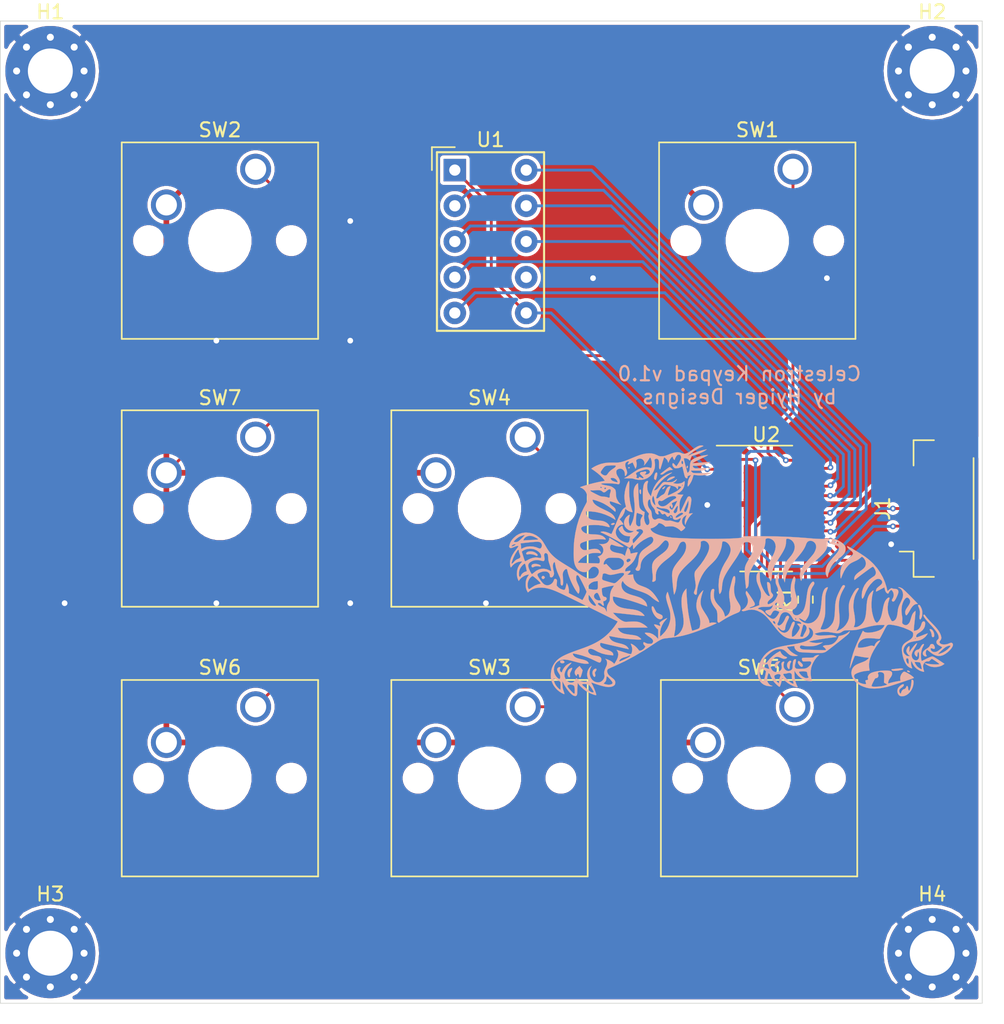
<source format=kicad_pcb>
(kicad_pcb (version 20171130) (host pcbnew "(5.1.12)-1")
  (layers (0 F.Cu signal) (31 B.Cu signal) (36 B.SilkS user hide) (37 F.SilkS user) (38 B.Mask user hide) (39 F.Mask user) (44 Edge.Cuts user))
  (net 0 "")
  (net 1 VCC)
  (net 2 /SCL)
  (net 3 /SDA)
  (net 4 /IRQ)
  (net 5 GND)
  (net 6 "Net-(R1-Pad2)")
  (net 7 "Net-(SW1-Pad2)")
  (net 8 "Net-(SW1-Pad1)")
  (net 9 "Net-(SW2-Pad1)")
  (net 10 "Net-(SW4-Pad1)")
  (net 11 "Net-(SW6-Pad1)")
  (net 12 "Net-(U1-Pad7)")
  (net 13 "Net-(U1-Pad1)")
  (net 14 "Net-(U2-Pad22)")
  (net 15 "Net-(U2-Pad12)")
  (net 16 "Net-(U2-Pad10)")
  (net 17 "Net-(U2-Pad9)")
  (net 18 "Net-(U2-Pad4)")
  (net 19 "Net-(U2-Pad3)")
  (net 20 "Net-(U2-Pad5)")
  (net 21 "Net-(U2-Pad7)")
  (net 22 "Net-(U2-Pad8)")
  (net 23 "Net-(SW3-Pad1)")
  (net 24 "Net-(SW5-Pad1)")
  (net 25 "Net-(SW7-Pad1)")
  (module Joystick:asian_tiger (layer F.Cu) (at 172.212 101.981)
    (fp_text reference G*** hide)
    (fp_text value LOGO hide)
  )
  (module MountingHole:MountingHole_3.2mm_M3_Pad_Via (layer F.Cu) (at 186.563 129.159)
    (fp_text reference H4 (at 0 -4.2) (layer F.SilkS))
    (fp_text value *)
    (pad 1 thru_hole circle (at 1.697056 -1.697056) (size 0.8 0.8) (drill 0.5) (layers *.Cu *.Mask) (net 5 GND))
    (pad 1 thru_hole circle (at 0 -2.4) (size 0.8 0.8) (drill 0.5) (layers *.Cu *.Mask) (net 5 GND))
    (pad 1 thru_hole circle (at -1.697056 -1.697056) (size 0.8 0.8) (drill 0.5) (layers *.Cu *.Mask) (net 5 GND))
    (pad 1 thru_hole circle (at -2.4 0) (size 0.8 0.8) (drill 0.5) (layers *.Cu *.Mask) (net 5 GND))
    (pad 1 thru_hole circle (at -1.697056 1.697056) (size 0.8 0.8) (drill 0.5) (layers *.Cu *.Mask) (net 5 GND))
    (pad 1 thru_hole circle (at 0 2.4) (size 0.8 0.8) (drill 0.5) (layers *.Cu *.Mask) (net 5 GND))
    (pad 1 thru_hole circle (at 1.697056 1.697056) (size 0.8 0.8) (drill 0.5) (layers *.Cu *.Mask) (net 5 GND))
    (pad 1 thru_hole circle (at 2.4 0) (size 0.8 0.8) (drill 0.5) (layers *.Cu *.Mask) (net 5 GND))
    (pad 1 thru_hole circle (at 0 0) (size 6.4 6.4) (drill 3.2) (layers *.Cu *.Mask) (net 5 GND))
  )
  (module MountingHole:MountingHole_3.2mm_M3_Pad_Via (layer F.Cu) (at 123.825 129.159)
    (fp_text reference H3 (at 0 -4.2) (layer F.SilkS))
    (fp_text value *)
    (pad 1 thru_hole circle (at 1.697056 -1.697056) (size 0.8 0.8) (drill 0.5) (layers *.Cu *.Mask) (net 5 GND))
    (pad 1 thru_hole circle (at 0 -2.4) (size 0.8 0.8) (drill 0.5) (layers *.Cu *.Mask) (net 5 GND))
    (pad 1 thru_hole circle (at -1.697056 -1.697056) (size 0.8 0.8) (drill 0.5) (layers *.Cu *.Mask) (net 5 GND))
    (pad 1 thru_hole circle (at -2.4 0) (size 0.8 0.8) (drill 0.5) (layers *.Cu *.Mask) (net 5 GND))
    (pad 1 thru_hole circle (at -1.697056 1.697056) (size 0.8 0.8) (drill 0.5) (layers *.Cu *.Mask) (net 5 GND))
    (pad 1 thru_hole circle (at 0 2.4) (size 0.8 0.8) (drill 0.5) (layers *.Cu *.Mask) (net 5 GND))
    (pad 1 thru_hole circle (at 1.697056 1.697056) (size 0.8 0.8) (drill 0.5) (layers *.Cu *.Mask) (net 5 GND))
    (pad 1 thru_hole circle (at 2.4 0) (size 0.8 0.8) (drill 0.5) (layers *.Cu *.Mask) (net 5 GND))
    (pad 1 thru_hole circle (at 0 0) (size 6.4 6.4) (drill 3.2) (layers *.Cu *.Mask) (net 5 GND))
  )
  (module MountingHole:MountingHole_3.2mm_M3_Pad_Via (layer F.Cu) (at 186.563 66.421)
    (fp_text reference H2 (at 0 -4.2) (layer F.SilkS))
    (fp_text value *)
    (pad 1 thru_hole circle (at 1.697056 -1.697056) (size 0.8 0.8) (drill 0.5) (layers *.Cu *.Mask) (net 5 GND))
    (pad 1 thru_hole circle (at 0 -2.4) (size 0.8 0.8) (drill 0.5) (layers *.Cu *.Mask) (net 5 GND))
    (pad 1 thru_hole circle (at -1.697056 -1.697056) (size 0.8 0.8) (drill 0.5) (layers *.Cu *.Mask) (net 5 GND))
    (pad 1 thru_hole circle (at -2.4 0) (size 0.8 0.8) (drill 0.5) (layers *.Cu *.Mask) (net 5 GND))
    (pad 1 thru_hole circle (at -1.697056 1.697056) (size 0.8 0.8) (drill 0.5) (layers *.Cu *.Mask) (net 5 GND))
    (pad 1 thru_hole circle (at 0 2.4) (size 0.8 0.8) (drill 0.5) (layers *.Cu *.Mask) (net 5 GND))
    (pad 1 thru_hole circle (at 1.697056 1.697056) (size 0.8 0.8) (drill 0.5) (layers *.Cu *.Mask) (net 5 GND))
    (pad 1 thru_hole circle (at 2.4 0) (size 0.8 0.8) (drill 0.5) (layers *.Cu *.Mask) (net 5 GND))
    (pad 1 thru_hole circle (at 0 0) (size 6.4 6.4) (drill 3.2) (layers *.Cu *.Mask) (net 5 GND))
  )
  (module MountingHole:MountingHole_3.2mm_M3_Pad_Via (layer F.Cu) (at 123.825 66.421)
    (fp_text reference H1 (at 0 -4.2) (layer F.SilkS))
    (fp_text value *)
    (pad 1 thru_hole circle (at 1.697056 -1.697056) (size 0.8 0.8) (drill 0.5) (layers *.Cu *.Mask) (net 5 GND))
    (pad 1 thru_hole circle (at 0 -2.4) (size 0.8 0.8) (drill 0.5) (layers *.Cu *.Mask) (net 5 GND))
    (pad 1 thru_hole circle (at -1.697056 -1.697056) (size 0.8 0.8) (drill 0.5) (layers *.Cu *.Mask) (net 5 GND))
    (pad 1 thru_hole circle (at -2.4 0) (size 0.8 0.8) (drill 0.5) (layers *.Cu *.Mask) (net 5 GND))
    (pad 1 thru_hole circle (at -1.697056 1.697056) (size 0.8 0.8) (drill 0.5) (layers *.Cu *.Mask) (net 5 GND))
    (pad 1 thru_hole circle (at 0 2.4) (size 0.8 0.8) (drill 0.5) (layers *.Cu *.Mask) (net 5 GND))
    (pad 1 thru_hole circle (at 1.697056 1.697056) (size 0.8 0.8) (drill 0.5) (layers *.Cu *.Mask) (net 5 GND))
    (pad 1 thru_hole circle (at 2.4 0) (size 0.8 0.8) (drill 0.5) (layers *.Cu *.Mask) (net 5 GND))
    (pad 1 thru_hole circle (at 0 0) (size 6.4 6.4) (drill 3.2) (layers *.Cu *.Mask) (net 5 GND))
  )
  (module Button_Switch_Keyboard:SW_Cherry_MX_1.00u_PCB (layer F.Cu) (at 157.607 111.633)
    (fp_text reference SW3 (at -2.54 -2.794) (layer F.SilkS))
    (fp_text value Down)
    (pad "" np_thru_hole circle (at 2.54 5.08) (size 1.7 1.7) (drill 1.7) (layers *.Cu *.Mask))
    (pad "" np_thru_hole circle (at -7.62 5.08) (size 1.7 1.7) (drill 1.7) (layers *.Cu *.Mask))
    (pad "" np_thru_hole circle (at -2.54 5.08) (size 4 4) (drill 4) (layers *.Cu *.Mask))
    (pad 2 thru_hole circle (at -6.35 2.54) (size 2.2 2.2) (drill 1.5) (layers *.Cu *.Mask) (net 7 "Net-(SW1-Pad2)"))
    (pad 1 thru_hole circle (at 0 0) (size 2.2 2.2) (drill 1.5) (layers *.Cu *.Mask) (net 23 "Net-(SW3-Pad1)"))
  )
  (module Package_SO:QSOP-24_3.9x8.7mm_P0.635mm (layer F.Cu) (at 174.752 97.536)
    (fp_text reference U2 (at 0 -5.25) (layer F.SilkS))
    (fp_text value AS1115-BSST)
    (pad 24 smd rect (at 2.6543 -3.4925) (size 1.6 0.41) (layers F.Cu F.Paste F.Mask) (net 4 /IRQ))
    (pad 23 smd rect (at 2.6543 -2.8575) (size 1.6 0.41) (layers F.Cu F.Paste F.Mask) (net 8 "Net-(SW1-Pad1)"))
    (pad 22 smd rect (at 2.6543 -2.2225) (size 1.6 0.41) (layers F.Cu F.Paste F.Mask) (net 14 "Net-(U2-Pad22)"))
    (pad 21 smd rect (at 2.6543 -1.5875) (size 1.6 0.41) (layers F.Cu F.Paste F.Mask) (net 9 "Net-(SW2-Pad1)"))
    (pad 16 smd rect (at 2.6543 1.5875) (size 1.6 0.41) (layers F.Cu F.Paste F.Mask) (net 23 "Net-(SW3-Pad1)"))
    (pad 15 smd rect (at 2.6543 2.2225) (size 1.6 0.41) (layers F.Cu F.Paste F.Mask) (net 24 "Net-(SW5-Pad1)"))
    (pad 14 smd rect (at 2.6543 2.8575) (size 1.6 0.41) (layers F.Cu F.Paste F.Mask) (net 2 /SCL))
    (pad 13 smd rect (at 2.6543 3.4925) (size 1.6 0.41) (layers F.Cu F.Paste F.Mask) (net 6 "Net-(R1-Pad2)"))
    (pad 12 smd rect (at -2.6543 3.4925) (size 1.6 0.41) (layers F.Cu F.Paste F.Mask) (net 15 "Net-(U2-Pad12)"))
    (pad 11 smd rect (at -2.6543 2.8575) (size 1.6 0.41) (layers F.Cu F.Paste F.Mask) (net 7 "Net-(SW1-Pad2)"))
    (pad 10 smd rect (at -2.6543 2.2225) (size 1.6 0.41) (layers F.Cu F.Paste F.Mask) (net 16 "Net-(U2-Pad10)"))
    (pad 9 smd rect (at -2.6543 1.5875) (size 1.6 0.41) (layers F.Cu F.Paste F.Mask) (net 17 "Net-(U2-Pad9)"))
    (pad 4 smd rect (at -2.6543 -1.5875) (size 1.6 0.41) (layers F.Cu F.Paste F.Mask) (net 18 "Net-(U2-Pad4)"))
    (pad 3 smd rect (at -2.6543 -2.2225) (size 1.6 0.41) (layers F.Cu F.Paste F.Mask) (net 19 "Net-(U2-Pad3)"))
    (pad 2 smd rect (at -2.6543 -2.8575) (size 1.6 0.41) (layers F.Cu F.Paste F.Mask) (net 13 "Net-(U1-Pad1)"))
    (pad 1 smd rect (at -2.6543 -3.4925) (size 1.6 0.41) (layers F.Cu F.Paste F.Mask) (net 3 /SDA))
    (pad 5 smd rect (at -2.6543 -0.9525) (size 1.6 0.41) (layers F.Cu F.Paste F.Mask) (net 20 "Net-(U2-Pad5)"))
    (pad 6 smd rect (at -2.6543 -0.3175) (size 1.6 0.41) (layers F.Cu F.Paste F.Mask) (net 5 GND))
    (pad 19 smd rect (at 2.6543 -0.3175) (size 1.6 0.41) (layers F.Cu F.Paste F.Mask) (net 1 VCC))
    (pad 20 smd rect (at 2.6543 -0.9525) (size 1.6 0.41) (layers F.Cu F.Paste F.Mask) (net 25 "Net-(SW7-Pad1)"))
    (pad 7 smd rect (at -2.6543 0.3175) (size 1.6 0.41) (layers F.Cu F.Paste F.Mask) (net 21 "Net-(U2-Pad7)"))
    (pad 8 smd rect (at -2.6543 0.9525) (size 1.6 0.41) (layers F.Cu F.Paste F.Mask) (net 22 "Net-(U2-Pad8)"))
    (pad 18 smd rect (at 2.6543 0.3175) (size 1.6 0.41) (layers F.Cu F.Paste F.Mask) (net 10 "Net-(SW4-Pad1)"))
    (pad 17 smd rect (at 2.6543 0.9525) (size 1.6 0.41) (layers F.Cu F.Paste F.Mask) (net 11 "Net-(SW6-Pad1)"))
  )
  (module Display_7Segment:HDSP-A151 (layer F.Cu) (at 152.5995 73.4685)
    (fp_text reference U1 (at 2.54 -2.159) (layer F.SilkS))
    (fp_text value HDSP-A153)
    (pad 10 thru_hole circle (at 5.08 0) (size 1.6 1.6) (drill 0.8) (layers *.Cu *.Mask) (net 24 "Net-(SW5-Pad1)"))
    (pad 9 thru_hole circle (at 5.08 2.54) (size 1.6 1.6) (drill 0.8) (layers *.Cu *.Mask) (net 11 "Net-(SW6-Pad1)"))
    (pad 8 thru_hole circle (at 5.08 5.08) (size 1.6 1.6) (drill 0.8) (layers *.Cu *.Mask) (net 25 "Net-(SW7-Pad1)"))
    (pad 7 thru_hole circle (at 5.08 7.62) (size 1.6 1.6) (drill 0.8) (layers *.Cu *.Mask) (net 12 "Net-(U1-Pad7)"))
    (pad 6 thru_hole circle (at 5.08 10.16) (size 1.6 1.6) (drill 0.8) (layers *.Cu *.Mask) (net 13 "Net-(U1-Pad1)"))
    (pad 5 thru_hole circle (at 0 10.16) (size 1.6 1.6) (drill 0.8) (layers *.Cu *.Mask) (net 8 "Net-(SW1-Pad1)"))
    (pad 4 thru_hole circle (at 0 7.62) (size 1.6 1.6) (drill 0.8) (layers *.Cu *.Mask) (net 9 "Net-(SW2-Pad1)"))
    (pad 3 thru_hole circle (at 0 5.08) (size 1.6 1.6) (drill 0.8) (layers *.Cu *.Mask) (net 10 "Net-(SW4-Pad1)"))
    (pad 2 thru_hole circle (at 0 2.54) (size 1.6 1.6) (drill 0.8) (layers *.Cu *.Mask) (net 23 "Net-(SW3-Pad1)"))
    (pad 1 thru_hole rect (at 0 0) (size 1.6 1.6) (drill 0.8) (layers *.Cu *.Mask) (net 13 "Net-(U1-Pad1)"))
  )
  (module Button_Switch_Keyboard:SW_Cherry_MX_1.00u_PCB (layer F.Cu) (at 138.43 92.456)
    (fp_text reference SW7 (at -2.54 -2.794) (layer F.SilkS))
    (fp_text value Center)
    (pad "" np_thru_hole circle (at 2.54 5.08) (size 1.7 1.7) (drill 1.7) (layers *.Cu *.Mask))
    (pad "" np_thru_hole circle (at -7.62 5.08) (size 1.7 1.7) (drill 1.7) (layers *.Cu *.Mask))
    (pad "" np_thru_hole circle (at -2.54 5.08) (size 4 4) (drill 4) (layers *.Cu *.Mask))
    (pad 2 thru_hole circle (at -6.35 2.54) (size 2.2 2.2) (drill 1.5) (layers *.Cu *.Mask) (net 7 "Net-(SW1-Pad2)"))
    (pad 1 thru_hole circle (at 0 0) (size 2.2 2.2) (drill 1.5) (layers *.Cu *.Mask) (net 25 "Net-(SW7-Pad1)"))
  )
  (module Button_Switch_Keyboard:SW_Cherry_MX_1.00u_PCB (layer F.Cu) (at 138.43 111.633)
    (fp_text reference SW6 (at -2.54 -2.794) (layer F.SilkS))
    (fp_text value Left)
    (pad "" np_thru_hole circle (at 2.54 5.08) (size 1.7 1.7) (drill 1.7) (layers *.Cu *.Mask))
    (pad "" np_thru_hole circle (at -7.62 5.08) (size 1.7 1.7) (drill 1.7) (layers *.Cu *.Mask))
    (pad "" np_thru_hole circle (at -2.54 5.08) (size 4 4) (drill 4) (layers *.Cu *.Mask))
    (pad 2 thru_hole circle (at -6.35 2.54) (size 2.2 2.2) (drill 1.5) (layers *.Cu *.Mask) (net 7 "Net-(SW1-Pad2)"))
    (pad 1 thru_hole circle (at 0 0) (size 2.2 2.2) (drill 1.5) (layers *.Cu *.Mask) (net 11 "Net-(SW6-Pad1)"))
  )
  (module Button_Switch_Keyboard:SW_Cherry_MX_1.00u_PCB (layer F.Cu) (at 176.784 111.633)
    (fp_text reference SW5 (at -2.54 -2.794) (layer F.SilkS))
    (fp_text value Right)
    (pad "" np_thru_hole circle (at 2.54 5.08) (size 1.7 1.7) (drill 1.7) (layers *.Cu *.Mask))
    (pad "" np_thru_hole circle (at -7.62 5.08) (size 1.7 1.7) (drill 1.7) (layers *.Cu *.Mask))
    (pad "" np_thru_hole circle (at -2.54 5.08) (size 4 4) (drill 4) (layers *.Cu *.Mask))
    (pad 2 thru_hole circle (at -6.35 2.54) (size 2.2 2.2) (drill 1.5) (layers *.Cu *.Mask) (net 7 "Net-(SW1-Pad2)"))
    (pad 1 thru_hole circle (at 0 0) (size 2.2 2.2) (drill 1.5) (layers *.Cu *.Mask) (net 24 "Net-(SW5-Pad1)"))
  )
  (module Button_Switch_Keyboard:SW_Cherry_MX_1.00u_PCB (layer F.Cu) (at 157.607 92.456)
    (fp_text reference SW4 (at -2.54 -2.794) (layer F.SilkS))
    (fp_text value Up)
    (pad "" np_thru_hole circle (at 2.54 5.08) (size 1.7 1.7) (drill 1.7) (layers *.Cu *.Mask))
    (pad "" np_thru_hole circle (at -7.62 5.08) (size 1.7 1.7) (drill 1.7) (layers *.Cu *.Mask))
    (pad "" np_thru_hole circle (at -2.54 5.08) (size 4 4) (drill 4) (layers *.Cu *.Mask))
    (pad 2 thru_hole circle (at -6.35 2.54) (size 2.2 2.2) (drill 1.5) (layers *.Cu *.Mask) (net 7 "Net-(SW1-Pad2)"))
    (pad 1 thru_hole circle (at 0 0) (size 2.2 2.2) (drill 1.5) (layers *.Cu *.Mask) (net 10 "Net-(SW4-Pad1)"))
  )
  (module Button_Switch_Keyboard:SW_Cherry_MX_1.00u_PCB (layer F.Cu) (at 138.43 73.406)
    (fp_text reference SW2 (at -2.54 -2.794) (layer F.SilkS))
    (fp_text value Minus)
    (pad "" np_thru_hole circle (at 2.54 5.08) (size 1.7 1.7) (drill 1.7) (layers *.Cu *.Mask))
    (pad "" np_thru_hole circle (at -7.62 5.08) (size 1.7 1.7) (drill 1.7) (layers *.Cu *.Mask))
    (pad "" np_thru_hole circle (at -2.54 5.08) (size 4 4) (drill 4) (layers *.Cu *.Mask))
    (pad 2 thru_hole circle (at -6.35 2.54) (size 2.2 2.2) (drill 1.5) (layers *.Cu *.Mask) (net 7 "Net-(SW1-Pad2)"))
    (pad 1 thru_hole circle (at 0 0) (size 2.2 2.2) (drill 1.5) (layers *.Cu *.Mask) (net 9 "Net-(SW2-Pad1)"))
  )
  (module Button_Switch_Keyboard:SW_Cherry_MX_1.00u_PCB (layer F.Cu) (at 176.657 73.406)
    (fp_text reference SW1 (at -2.54 -2.794) (layer F.SilkS))
    (fp_text value Plus)
    (pad "" np_thru_hole circle (at 2.54 5.08) (size 1.7 1.7) (drill 1.7) (layers *.Cu *.Mask))
    (pad "" np_thru_hole circle (at -7.62 5.08) (size 1.7 1.7) (drill 1.7) (layers *.Cu *.Mask))
    (pad "" np_thru_hole circle (at -2.54 5.08) (size 4 4) (drill 4) (layers *.Cu *.Mask))
    (pad 2 thru_hole circle (at -6.35 2.54) (size 2.2 2.2) (drill 1.5) (layers *.Cu *.Mask) (net 7 "Net-(SW1-Pad2)"))
    (pad 1 thru_hole circle (at 0 0) (size 2.2 2.2) (drill 1.5) (layers *.Cu *.Mask) (net 8 "Net-(SW1-Pad1)"))
  )
  (module Resistor_SMD:R_0603_1608Metric (layer F.Cu) (at 177.546 104.013 90)
    (fp_text reference R1 (at 0 -1.43 90) (layer F.SilkS))
    (fp_text value 6.8K)
    (pad 2 smd roundrect (at 0.825 0 90) (size 0.8 0.95) (layers F.Cu F.Paste F.Mask) (net 6 "Net-(R1-Pad2)"))
    (pad 1 smd roundrect (at -0.825 0 90) (size 0.8 0.95) (layers F.Cu F.Paste F.Mask) (net 1 VCC))
  )
  (module Connector_JST:JST_GH_SM05B-GHS-TB_1x05-1MP_P1.25mm_Horizontal (layer F.Cu) (at 186.944 97.536 90)
    (fp_text reference J1 (at 0 -3.9 90) (layer F.SilkS))
    (fp_text value Joystick)
    (pad MP smd roundrect (at 4.35 1.35 90) (size 1 2.7) (layers F.Cu F.Paste F.Mask))
    (pad MP smd roundrect (at -4.35 1.35 90) (size 1 2.7) (layers F.Cu F.Paste F.Mask))
    (pad 5 smd roundrect (at 2.5 -1.85 90) (size 0.6 1.7) (layers F.Cu F.Paste F.Mask) (net 1 VCC))
    (pad 4 smd roundrect (at 1.25 -1.85 90) (size 0.6 1.7) (layers F.Cu F.Paste F.Mask) (net 2 /SCL))
    (pad 3 smd roundrect (at 0 -1.85 90) (size 0.6 1.7) (layers F.Cu F.Paste F.Mask) (net 3 /SDA))
    (pad 2 smd roundrect (at -1.25 -1.85 90) (size 0.6 1.7) (layers F.Cu F.Paste F.Mask) (net 4 /IRQ))
    (pad 1 smd roundrect (at -2.5 -1.85 90) (size 0.6 1.7) (layers F.Cu F.Paste F.Mask) (net 5 GND))
  )
  (gr_text "Celestron Keypad v1.0\nby Hyiger Designs\n" (at 172.847 88.773) (layer B.SilkS) (effects (font (size 1.016 1.016) (thickness 0.1524)) (justify mirror)))
  (gr_line (start 120.269 132.715) (end 120.269 62.865) (layer Edge.Cuts) (width 0.05))
  (gr_line (start 190.119 132.715) (end 120.269 132.715) (layer Edge.Cuts) (width 0.05))
  (gr_line (start 190.119 62.865) (end 190.119 132.715) (layer Edge.Cuts) (width 0.05))
  (gr_line (start 120.269 62.865) (end 190.119 62.865) (layer Edge.Cuts) (width 0.05))
  (segment (start 177.4063 97.2185) (end 177.41875 97.23095) (width 0.4064) (layer F.Cu) (net 1))
  (segment (start 177.41875 97.23095) (end 181.41405 97.23095) (width 0.4064) (layer F.Cu) (net 1))
  (segment (start 181.41405 97.23095) (end 183.609 95.036) (width 0.4064) (layer F.Cu) (net 1))
  (segment (start 184.244 95.036) (end 185.094 95.036) (width 0.4064) (layer F.Cu) (net 1))
  (segment (start 183.609 95.036) (end 185.094 95.036) (width 0.4064) (layer F.Cu) (net 1))
  (segment (start 187.452 96.544) (end 185.944 95.036) (width 0.4064) (layer F.Cu) (net 1))
  (segment (start 185.944 95.036) (end 185.094 95.036) (width 0.4064) (layer F.Cu) (net 1))
  (segment (start 187.452 100.449694) (end 187.452 96.544) (width 0.4064) (layer F.Cu) (net 1))
  (segment (start 183.063694 104.838) (end 187.452 100.449694) (width 0.4064) (layer F.Cu) (net 1))
  (segment (start 177.546 104.838) (end 183.063694 104.838) (width 0.4064) (layer F.Cu) (net 1))
  (segment (start 185.944 96.286) (end 185.094 96.286) (width 0.2032) (layer F.Cu) (net 2))
  (segment (start 186.563 96.905) (end 185.944 96.286) (width 0.2032) (layer F.Cu) (net 2))
  (segment (start 186.563 100.33) (end 186.563 96.905) (width 0.2032) (layer F.Cu) (net 2))
  (segment (start 185.674 101.219) (end 186.563 100.33) (width 0.2032) (layer F.Cu) (net 2))
  (segment (start 180.10409 101.219) (end 185.674 101.219) (width 0.2032) (layer F.Cu) (net 2))
  (segment (start 179.27859 100.3935) (end 180.10409 101.219) (width 0.2032) (layer F.Cu) (net 2))
  (segment (start 177.4063 100.3935) (end 179.27859 100.3935) (width 0.2032) (layer F.Cu) (net 2))
  (via (at 183.769 97.536) (size 0.4064) (drill 0.2032) (layers F.Cu B.Cu) (net 3))
  (segment (start 185.094 97.536) (end 183.769 97.536) (width 0.2032) (layer F.Cu) (net 3))
  (segment (start 173.9265 94.0435) (end 173.99 94.107) (width 0.2032) (layer F.Cu) (net 3))
  (via (at 173.99 94.107) (size 0.4064) (drill 0.2032) (layers F.Cu B.Cu) (net 3))
  (segment (start 172.0977 94.0435) (end 173.9265 94.0435) (width 0.2032) (layer F.Cu) (net 3))
  (segment (start 175.3616 101.6508) (end 173.99 100.2792) (width 0.2032) (layer B.Cu) (net 3))
  (segment (start 178.731832 101.6508) (end 175.3616 101.6508) (width 0.2032) (layer B.Cu) (net 3))
  (segment (start 182.846632 97.536) (end 178.731832 101.6508) (width 0.2032) (layer B.Cu) (net 3))
  (segment (start 173.99 100.2792) (end 173.99 94.107) (width 0.2032) (layer B.Cu) (net 3))
  (segment (start 183.769 97.536) (end 182.846632 97.536) (width 0.2032) (layer B.Cu) (net 3))
  (via (at 183.769 98.806) (size 0.4064) (drill 0.2032) (layers F.Cu B.Cu) (net 4))
  (segment (start 183.789 98.786) (end 183.769 98.806) (width 0.2032) (layer F.Cu) (net 4))
  (segment (start 185.094 98.786) (end 183.789 98.786) (width 0.2032) (layer F.Cu) (net 4))
  (via (at 176.149 94.107) (size 0.4064) (drill 0.2032) (layers F.Cu B.Cu) (net 4))
  (segment (start 177.3428 94.107) (end 177.4063 94.0435) (width 0.2032) (layer F.Cu) (net 4))
  (segment (start 176.149 94.107) (end 177.3428 94.107) (width 0.2032) (layer F.Cu) (net 4))
  (segment (start 175.514 93.472) (end 176.149 94.107) (width 0.2032) (layer B.Cu) (net 4))
  (segment (start 173.609 93.472) (end 175.514 93.472) (width 0.2032) (layer B.Cu) (net 4))
  (segment (start 173.355 93.726) (end 173.609 93.472) (width 0.2032) (layer B.Cu) (net 4))
  (segment (start 173.355 100.457) (end 173.355 93.726) (width 0.2032) (layer B.Cu) (net 4))
  (segment (start 175.0568 102.1588) (end 173.355 100.457) (width 0.2032) (layer B.Cu) (net 4))
  (segment (start 179.0192 102.1588) (end 175.0568 102.1588) (width 0.2032) (layer B.Cu) (net 4))
  (segment (start 182.372 98.806) (end 179.0192 102.1588) (width 0.2032) (layer B.Cu) (net 4))
  (segment (start 183.769 98.806) (end 182.372 98.806) (width 0.2032) (layer B.Cu) (net 4))
  (segment (start 183.682 100.036) (end 183.642 100.076) (width 0.4064) (layer F.Cu) (net 5))
  (via (at 183.642 100.076) (size 0.8128) (drill 0.4064) (layers F.Cu B.Cu) (net 5))
  (segment (start 185.094 100.036) (end 183.682 100.036) (width 0.4064) (layer F.Cu) (net 5))
  (via (at 170.561 97.282) (size 0.8128) (drill 0.4064) (layers F.Cu B.Cu) (net 5))
  (segment (start 170.6245 97.2185) (end 170.561 97.282) (width 0.4064) (layer F.Cu) (net 5))
  (segment (start 172.0977 97.2185) (end 170.6245 97.2185) (width 0.4064) (layer F.Cu) (net 5))
  (via (at 135.636 104.267) (size 0.8128) (drill 0.4064) (layers F.Cu B.Cu) (net 5))
  (via (at 154.813 104.267) (size 0.8128) (drill 0.4064) (layers F.Cu B.Cu) (net 5))
  (via (at 145.161 104.267) (size 0.8128) (drill 0.4064) (layers F.Cu B.Cu) (net 5))
  (via (at 124.841 104.267) (size 0.8128) (drill 0.4064) (layers F.Cu B.Cu) (net 5))
  (via (at 135.636 85.598) (size 0.8128) (drill 0.4064) (layers F.Cu B.Cu) (net 5))
  (via (at 145.161 85.598) (size 0.8128) (drill 0.4064) (layers F.Cu B.Cu) (net 5))
  (via (at 145.161 77.089) (size 0.8128) (drill 0.4064) (layers F.Cu B.Cu) (net 5))
  (segment (start 177.4698 100.965) (end 177.4063 101.0285) (width 0.2032) (layer F.Cu) (net 6))
  (segment (start 177.546 101.1682) (end 177.4063 101.0285) (width 0.2032) (layer F.Cu) (net 6))
  (segment (start 177.546 103.188) (end 177.546 101.1682) (width 0.2032) (layer F.Cu) (net 6))
  (segment (start 170.434 114.173) (end 151.257 114.173) (width 0.4064) (layer F.Cu) (net 7))
  (segment (start 151.257 114.173) (end 132.08 114.173) (width 0.4064) (layer F.Cu) (net 7))
  (segment (start 132.08 114.173) (end 132.08 94.996) (width 0.4064) (layer F.Cu) (net 7))
  (segment (start 132.08 94.996) (end 132.08 75.946) (width 0.4064) (layer F.Cu) (net 7))
  (segment (start 132.08 94.996) (end 151.257 94.996) (width 0.4064) (layer F.Cu) (net 7))
  (segment (start 132.08 75.946) (end 137.922 70.104) (width 0.4064) (layer F.Cu) (net 7))
  (segment (start 164.465 70.104) (end 170.307 75.946) (width 0.4064) (layer F.Cu) (net 7))
  (segment (start 137.922 70.104) (end 164.465 70.104) (width 0.4064) (layer F.Cu) (net 7))
  (segment (start 171.0945 100.3935) (end 172.0977 100.3935) (width 0.2032) (layer F.Cu) (net 7))
  (segment (start 159.3724 88.6714) (end 171.0945 100.3935) (width 0.2032) (layer F.Cu) (net 7))
  (segment (start 138.4046 88.6714) (end 159.3724 88.6714) (width 0.2032) (layer F.Cu) (net 7))
  (segment (start 132.08 94.996) (end 138.4046 88.6714) (width 0.2032) (layer F.Cu) (net 7))
  (segment (start 175.9585 94.6785) (end 177.4063 94.6785) (width 0.2032) (layer F.Cu) (net 8))
  (segment (start 174.879 93.599) (end 175.9585 94.6785) (width 0.2032) (layer F.Cu) (net 8))
  (segment (start 174.879 92.456) (end 174.879 93.599) (width 0.2032) (layer F.Cu) (net 8))
  (segment (start 176.657 90.678) (end 174.879 92.456) (width 0.2032) (layer F.Cu) (net 8))
  (segment (start 176.657 73.406) (end 176.657 90.678) (width 0.2032) (layer F.Cu) (net 8))
  (segment (start 179.260502 94.6785) (end 179.324 94.615002) (width 0.2032) (layer F.Cu) (net 8))
  (segment (start 177.4063 94.6785) (end 179.260502 94.6785) (width 0.2032) (layer F.Cu) (net 8))
  (via (at 179.324 94.615002) (size 0.4064) (drill 0.2032) (layers F.Cu B.Cu) (net 8))
  (segment (start 152.5995 83.6285) (end 154.034699 82.193301) (width 0.2032) (layer B.Cu) (net 8))
  (segment (start 154.034699 82.193301) (end 167.537301 82.193301) (width 0.2032) (layer B.Cu) (net 8))
  (segment (start 167.537301 82.193301) (end 179.324 93.98) (width 0.2032) (layer B.Cu) (net 8))
  (segment (start 179.324 93.98) (end 179.324 94.615002) (width 0.2032) (layer B.Cu) (net 8))
  (segment (start 153.704301 79.983699) (end 165.962699 79.983699) (width 0.2032) (layer B.Cu) (net 9))
  (segment (start 152.5995 81.0885) (end 153.704301 79.983699) (width 0.2032) (layer B.Cu) (net 9))
  (segment (start 179.832002 93.853002) (end 179.832002 95.384279) (width 0.2032) (layer B.Cu) (net 9))
  (via (at 179.331281 95.885) (size 0.4064) (drill 0.2032) (layers F.Cu B.Cu) (net 9))
  (segment (start 179.267781 95.9485) (end 179.331281 95.885) (width 0.2032) (layer F.Cu) (net 9))
  (segment (start 165.962699 79.983699) (end 179.832002 93.853002) (width 0.2032) (layer B.Cu) (net 9))
  (segment (start 179.832002 95.384279) (end 179.331281 95.885) (width 0.2032) (layer B.Cu) (net 9))
  (segment (start 177.4063 95.9485) (end 179.267781 95.9485) (width 0.2032) (layer F.Cu) (net 9))
  (segment (start 176.583342 95.9485) (end 177.4063 95.9485) (width 0.2032) (layer F.Cu) (net 9))
  (segment (start 151.6888 86.6648) (end 167.299642 86.6648) (width 0.2032) (layer F.Cu) (net 9))
  (segment (start 167.299642 86.6648) (end 176.583342 95.9485) (width 0.2032) (layer F.Cu) (net 9))
  (segment (start 138.43 73.406) (end 151.6888 86.6648) (width 0.2032) (layer F.Cu) (net 9))
  (segment (start 174.421769 101.549231) (end 174.421769 99.593451) (width 0.2032) (layer F.Cu) (net 10))
  (segment (start 180.64482 96.489351) (end 179.293611 97.84056) (width 0.2032) (layer B.Cu) (net 10))
  (segment (start 174.421769 99.593451) (end 176.17466 97.84056) (width 0.2032) (layer F.Cu) (net 10))
  (segment (start 152.5995 78.5485) (end 153.704301 77.443699) (width 0.2032) (layer B.Cu) (net 10))
  (segment (start 153.704301 77.443699) (end 164.572201 77.443699) (width 0.2032) (layer B.Cu) (net 10))
  (via (at 179.293611 97.84056) (size 0.4064) (drill 0.2032) (layers F.Cu B.Cu) (net 10))
  (segment (start 180.64482 93.516318) (end 180.64482 96.489351) (width 0.2032) (layer B.Cu) (net 10))
  (segment (start 168.021 102.87) (end 173.101 102.87) (width 0.2032) (layer F.Cu) (net 10))
  (segment (start 173.101 102.87) (end 174.421769 101.549231) (width 0.2032) (layer F.Cu) (net 10))
  (segment (start 157.607 92.456) (end 168.021 102.87) (width 0.2032) (layer F.Cu) (net 10))
  (segment (start 164.572201 77.443699) (end 180.64482 93.516318) (width 0.2032) (layer B.Cu) (net 10))
  (segment (start 177.39336 97.84056) (end 177.4063 97.8535) (width 0.2032) (layer F.Cu) (net 10))
  (segment (start 176.17466 97.84056) (end 177.39336 97.84056) (width 0.2032) (layer F.Cu) (net 10))
  (segment (start 177.41924 97.84056) (end 177.4063 97.8535) (width 0.2032) (layer F.Cu) (net 10))
  (segment (start 179.293611 97.84056) (end 177.41924 97.84056) (width 0.2032) (layer F.Cu) (net 10))
  (segment (start 157.6795 76.0085) (end 163.711753 76.0085) (width 0.2032) (layer B.Cu) (net 11))
  (via (at 179.324002 98.552002) (size 0.4064) (drill 0.2032) (layers F.Cu B.Cu) (net 11))
  (segment (start 179.2605 98.4885) (end 179.324002 98.552002) (width 0.2032) (layer F.Cu) (net 11))
  (segment (start 163.711753 76.0085) (end 181.051231 93.347978) (width 0.2032) (layer B.Cu) (net 11))
  (segment (start 181.051231 96.824773) (end 179.324002 98.552002) (width 0.2032) (layer B.Cu) (net 11))
  (segment (start 181.051231 93.347978) (end 181.051231 96.824773) (width 0.2032) (layer B.Cu) (net 11))
  (segment (start 177.4063 98.4885) (end 179.2605 98.4885) (width 0.2032) (layer F.Cu) (net 11))
  (segment (start 176.4031 98.4885) (end 177.4063 98.4885) (width 0.2032) (layer F.Cu) (net 11))
  (segment (start 174.828178 100.063422) (end 176.4031 98.4885) (width 0.2032) (layer F.Cu) (net 11))
  (segment (start 174.828178 102.768422) (end 174.828178 100.063422) (width 0.2032) (layer F.Cu) (net 11))
  (segment (start 167.368401 110.228199) (end 174.828178 102.768422) (width 0.2032) (layer F.Cu) (net 11))
  (segment (start 139.834801 110.228199) (end 167.368401 110.228199) (width 0.2032) (layer F.Cu) (net 11))
  (segment (start 138.43 111.633) (end 139.834801 110.228199) (width 0.2032) (layer F.Cu) (net 11))
  (via (at 170.561 94.742) (size 0.4064) (drill 0.2032) (layers F.Cu B.Cu) (net 13))
  (segment (start 159.4475 83.6285) (end 170.561 94.742) (width 0.2032) (layer B.Cu) (net 13))
  (segment (start 157.6795 83.6285) (end 159.4475 83.6285) (width 0.2032) (layer B.Cu) (net 13))
  (segment (start 172.0342 94.742) (end 172.0977 94.6785) (width 0.2032) (layer F.Cu) (net 13))
  (segment (start 170.561 94.742) (end 172.0342 94.742) (width 0.2032) (layer F.Cu) (net 13))
  (segment (start 155.194 76.063) (end 152.5995 73.4685) (width 0.2032) (layer F.Cu) (net 13))
  (segment (start 155.194 81.143) (end 155.194 76.063) (width 0.2032) (layer F.Cu) (net 13))
  (segment (start 157.6795 83.6285) (end 155.194 81.143) (width 0.2032) (layer F.Cu) (net 13))
  (segment (start 177.4063 99.172499) (end 177.4063 99.1235) (width 0.254) (layer F.Cu) (net 23))
  (segment (start 157.607 111.633) (end 166.944751 111.633) (width 0.2032) (layer F.Cu) (net 23))
  (segment (start 176.4031 99.1235) (end 177.4063 99.1235) (width 0.2032) (layer F.Cu) (net 23))
  (segment (start 175.234589 100.292011) (end 176.4031 99.1235) (width 0.2032) (layer F.Cu) (net 23))
  (segment (start 175.234589 103.343162) (end 175.234589 100.292011) (width 0.2032) (layer F.Cu) (net 23))
  (segment (start 166.944751 111.633) (end 175.234589 103.343162) (width 0.2032) (layer F.Cu) (net 23))
  (via (at 179.324006 99.187) (size 0.4064) (drill 0.2032) (layers F.Cu B.Cu) (net 23))
  (segment (start 177.4063 99.1235) (end 179.260506 99.1235) (width 0.2032) (layer F.Cu) (net 23))
  (segment (start 179.260506 99.1235) (end 179.324006 99.187) (width 0.2032) (layer F.Cu) (net 23))
  (segment (start 179.611374 99.187) (end 179.324006 99.187) (width 0.2032) (layer B.Cu) (net 23))
  (segment (start 181.457642 93.179638) (end 181.457642 97.340732) (width 0.2032) (layer B.Cu) (net 23))
  (segment (start 163.181703 74.903699) (end 181.457642 93.179638) (width 0.2032) (layer B.Cu) (net 23))
  (segment (start 153.704301 74.903699) (end 163.181703 74.903699) (width 0.2032) (layer B.Cu) (net 23))
  (segment (start 152.5995 76.0085) (end 153.704301 74.903699) (width 0.2032) (layer B.Cu) (net 23))
  (segment (start 181.457642 97.340732) (end 179.611374 99.187) (width 0.2032) (layer B.Cu) (net 23))
  (segment (start 179.2605 99.7585) (end 179.324 99.822) (width 0.2032) (layer F.Cu) (net 24))
  (segment (start 177.4063 99.7585) (end 179.2605 99.7585) (width 0.2032) (layer F.Cu) (net 24))
  (via (at 179.324 99.822) (size 0.4064) (drill 0.2032) (layers F.Cu B.Cu) (net 24))
  (segment (start 162.321255 73.4685) (end 181.864053 93.011298) (width 0.2032) (layer B.Cu) (net 24))
  (segment (start 181.864053 93.011298) (end 181.864053 97.569315) (width 0.2032) (layer B.Cu) (net 24))
  (segment (start 157.6795 73.4685) (end 162.321255 73.4685) (width 0.2032) (layer B.Cu) (net 24))
  (segment (start 181.864053 97.569315) (end 179.611368 99.822) (width 0.2032) (layer B.Cu) (net 24))
  (segment (start 179.611368 99.822) (end 179.324 99.822) (width 0.2032) (layer B.Cu) (net 24))
  (segment (start 176.487658 99.7585) (end 177.4063 99.7585) (width 0.2032) (layer F.Cu) (net 24))
  (segment (start 175.768 100.478158) (end 176.487658 99.7585) (width 0.2032) (layer F.Cu) (net 24))
  (segment (start 175.768 110.617) (end 175.768 100.478158) (width 0.2032) (layer F.Cu) (net 24))
  (segment (start 176.784 111.633) (end 175.768 110.617) (width 0.2032) (layer F.Cu) (net 24))
  (segment (start 157.6795 78.5485) (end 165.102251 78.5485) (width 0.2032) (layer B.Cu) (net 25))
  (segment (start 165.102251 78.5485) (end 180.238413 93.684662) (width 0.2032) (layer B.Cu) (net 25))
  (segment (start 180.238413 95.976398) (end 179.593463 96.621348) (width 0.2032) (layer B.Cu) (net 25))
  (segment (start 180.238413 93.684662) (end 180.238413 95.976398) (width 0.2032) (layer B.Cu) (net 25))
  (via (at 179.306095 96.621348) (size 0.4064) (drill 0.2032) (layers F.Cu B.Cu) (net 25))
  (segment (start 179.593463 96.621348) (end 179.306095 96.621348) (width 0.2032) (layer B.Cu) (net 25))
  (segment (start 179.268247 96.5835) (end 179.306095 96.621348) (width 0.2032) (layer F.Cu) (net 25))
  (segment (start 177.328299 96.5835) (end 177.4063 96.505499) (width 0.2032) (layer F.Cu) (net 25))
  (segment (start 176.2779 96.5835) (end 177.328299 96.5835) (width 0.2032) (layer F.Cu) (net 25))
  (segment (start 174.015359 98.846041) (end 176.2779 96.5835) (width 0.2032) (layer F.Cu) (net 25))
  (segment (start 174.015359 101.066641) (end 174.015359 98.846041) (width 0.2032) (layer F.Cu) (net 25))
  (segment (start 172.847 102.235) (end 174.015359 101.066641) (width 0.2032) (layer F.Cu) (net 25))
  (segment (start 159.131 90.424) (end 170.942 102.235) (width 0.2032) (layer F.Cu) (net 25))
  (segment (start 140.462 90.424) (end 159.131 90.424) (width 0.2032) (layer F.Cu) (net 25))
  (segment (start 170.942 102.235) (end 172.847 102.235) (width 0.2032) (layer F.Cu) (net 25))
  (segment (start 138.43 92.456) (end 140.462 90.424) (width 0.2032) (layer F.Cu) (net 25))
  (segment (start 177.444148 96.621348) (end 177.4063 96.5835) (width 0.2032) (layer F.Cu) (net 25))
  (segment (start 179.306095 96.621348) (end 177.444148 96.621348) (width 0.2032) (layer F.Cu) (net 25))
  (via (at 162.433 81.153) (size 0.8128) (drill 0.4064) (layers F.Cu B.Cu) (net 5))
  (via (at 179.07 81.153) (size 0.8128) (drill 0.4064) (layers F.Cu B.Cu) (net 5))
  (zone (net 5) (net_name GND) (layer F.Cu) (connect_pads (clearance 0.254)) (min_thickness 0.254) (fill yes (arc_segments 32) (thermal_gap 0.254) (thermal_bridge_width 0.508))
    (polygon (pts (xy 190.119 132.715) (xy 120.269 132.715) (xy 120.269 62.865) (xy 190.119 62.865)))
  )
  (zone (net 5) (net_name GND) (layer B.Cu) (connect_pads (clearance 0.254)) (min_thickness 0.254) (fill yes (arc_segments 32) (thermal_gap 0.254) (thermal_bridge_width 0.508))
    (polygon (pts (xy 190.119 132.715) (xy 120.269 132.715) (xy 120.269 62.865) (xy 190.119 62.865)))
  )
)
</source>
